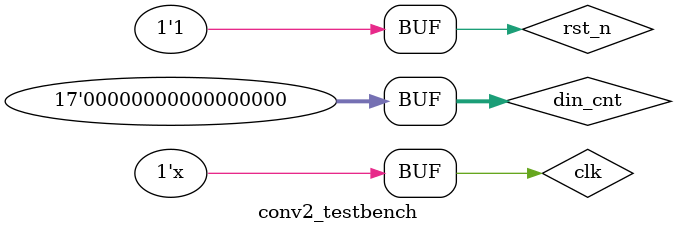
<source format=v>
`timescale 1ns / 1ps


module conv2_testbench(
    );
reg  					clk             ;
reg  					rst_n           ;
//reg [16*8-1 : 0]  		conv2_in_i      ;
//reg [16*8-1 : 0]  		conv2_in_q      ;
reg						conv2_in_valid = 0  ;
reg [16:0]				din_cnt         ;
wire  [255:0] 			dout ;
reg  [11 : 0] 			addra=0;
reg 					vld_reg =0;
reg 					conv2_in_valid_tmp =0;
initial begin
clk  					= 0;
rst_n					= 1;
//conv2_in_i              = 128'b0;
//conv2_in_q              = 128'b0;
conv2_in_valid 		    = 0;
din_cnt 				= 0;

end
/*
always@(posedge clk)
begin
	//conv2_in_i <= 128'h0001_0001_0001_0001_0001_0001_0001_0001; //0100
	//conv2_in_q <= 128'h0001_0001_0001_0001_0001_0001_0001_0001;
	//conv2_in_i <= 128'h000_4000_4000_4000_4000_4000_4000_4000; //1
	//conv2_in_q <= 128'h4000_4000_4000_4000_4000_4000_4000_4000; //1
	conv2_in_i <= 128'h2000_2000_2000_2000_2000_2000_2000_2000; //0.5
	conv2_in_q <= 128'h2000_2000_2000_2000_2000_2000_2000_2000; 
	if(din_cnt != 8)
	begin
		rst_n		 <= 1;
		conv2_in_valid    <= 1;
		din_cnt <= din_cnt + 1;
	end
	else
	begin
		rst_n		 <= 1;	
		//conv2_in_valid    <= 0;	
	end
end
*/
always #5 clk = ~clk;	
always@(posedge clk)begin
	vld_reg <= 1;
	if(vld_reg)
	begin
	if( addra==2070)begin
		addra <= 0;
		vld_reg<=0;
	end
	else begin
		addra <= addra + 1;
	end
	
	end
	conv2_in_valid_tmp <= vld_reg;
	conv2_in_valid <=conv2_in_valid_tmp;
	
end
CONV2  uut(
.clk	 		  (clk			)    ,
.rst_n	 		  (rst_n		)    ,
.conv2_in_i  	  (dout[255:128])       ,
.conv2_in_q	  	  (dout[127:0])       ,
.conv2_in_valid   (conv2_in_valid)    
);

SPROM_256X2080_CNN2_INPUT cnn2_input (
  .clka(clk),    // input wire clka
  .addra(addra),  // input wire [11 : 0] addra
  .douta(dout)  // output wire [255 : 0] douta
);
endmodule

</source>
